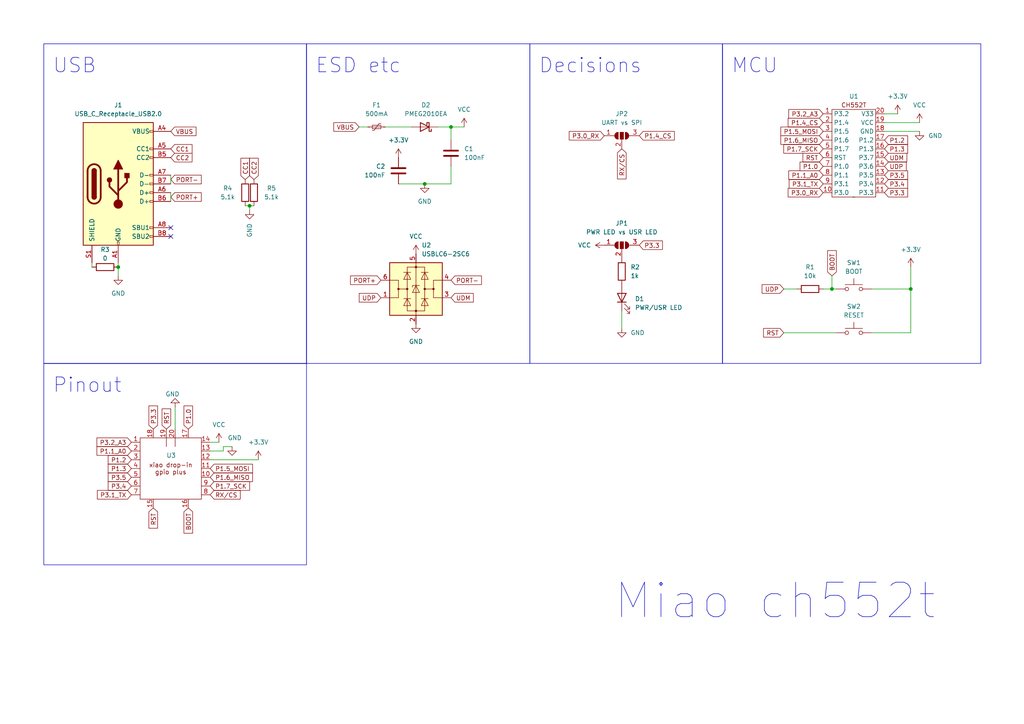
<source format=kicad_sch>
(kicad_sch (version 20230121) (generator eeschema)
  (paper "A4")
  (lib_symbols
    (symbol "Connector:USB_C_Receptacle_USB2.0" (pin_names (offset 1.016))
      (property "Reference" "J" (at -10.16 19.05 0))
      (property "Value" "USB_C_Receptacle_USB2.0" (at 19.05 19.05 0))
      (symbol "USB_C_Receptacle_USB2.0_0_0"
        (rectangle (start -0.254 -17.78) (end 0.254 -16.764))
        (rectangle (start 10.16 -14.986) (end 9.144 -15.494))
        (rectangle (start 10.16 -12.446) (end 9.144 -12.954))
        (rectangle (start 10.16 -4.826) (end 9.144 -5.334))
        (rectangle (start 10.16 -2.286) (end 9.144 -2.794))
        (rectangle (start 10.16 0.254) (end 9.144 -0.254))
        (rectangle (start 10.16 2.794) (end 9.144 2.286))
        (rectangle (start 10.16 7.874) (end 9.144 7.366))
        (rectangle (start 10.16 10.414) (end 9.144 9.906))
        (rectangle (start 10.16 15.494) (end 9.144 14.986))
      )
      (symbol "USB_C_Receptacle_USB2.0_0_1"
        (rectangle (start -10.16 17.78) (end 10.16 -17.78) (stroke (width 0.254)) (fill (type background)))
        (arc (start -8.89 -3.81) (mid -6.985 -5.7067) (end -5.08 -3.81) (stroke (width 0.508)))
        (arc (start -7.62 -3.81) (mid -6.985 -4.4423) (end -6.35 -3.81) (stroke (width 0.254)))
        (arc (start -7.62 -3.81) (mid -6.985 -4.4423) (end -6.35 -3.81) (stroke (width 0.254)) (fill (type outline)))
        (rectangle (start -7.62 -3.81) (end -6.35 3.81) (stroke (width 0.254)) (fill (type outline)))
        (arc (start -6.35 3.81) (mid -6.985 4.4423) (end -7.62 3.81) (stroke (width 0.254)))
        (arc (start -6.35 3.81) (mid -6.985 4.4423) (end -7.62 3.81) (stroke (width 0.254)) (fill (type outline)))
        (arc (start -5.08 3.81) (mid -6.985 5.7067) (end -8.89 3.81) (stroke (width 0.508)))
        (circle (center -2.54 1.143) (radius 0.635) (stroke (width 0.254)) (fill (type outline)))
        (circle (center 0 -5.842) (radius 1.27) (fill (type outline)))
        (polyline (pts (xy -8.89 -3.81) (xy -8.89 3.81)) (stroke (width 0.508)))
        (polyline (pts (xy -5.08 3.81) (xy -5.08 -3.81)) (stroke (width 0.508)))
        (polyline (pts (xy 0 -5.842) (xy 0 4.318)) (stroke (width 0.508)))
        (polyline (pts (xy 0 -3.302) (xy -2.54 -0.762) (xy -2.54 0.508)) (stroke (width 0.508)))
        (polyline (pts (xy 0 -2.032) (xy 2.54 0.508) (xy 2.54 1.778)) (stroke (width 0.508)))
        (polyline (pts (xy -1.27 4.318) (xy 0 6.858) (xy 1.27 4.318) (xy -1.27 4.318)) (stroke (width 0.254)) (fill (type outline)))
        (rectangle (start 1.905 1.778) (end 3.175 3.048) (stroke (width 0.254)) (fill (type outline)))
      )
      (symbol "USB_C_Receptacle_USB2.0_1_1"
        (pin passive line (at 0 -22.86 90) (length 5.08) (name "GND") (number "A1"))
        (pin passive line (at 0 -22.86 90) (length 5.08) hide (name "GND") (number "A12"))
        (pin passive line (at 15.24 15.24 180) (length 5.08) (name "VBUS") (number "A4"))
        (pin bidirectional line (at 15.24 10.16 180) (length 5.08) (name "CC1") (number "A5"))
        (pin bidirectional line (at 15.24 -2.54 180) (length 5.08) (name "D+") (number "A6"))
        (pin bidirectional line (at 15.24 2.54 180) (length 5.08) (name "D-") (number "A7"))
        (pin bidirectional line (at 15.24 -12.7 180) (length 5.08) (name "SBU1") (number "A8"))
        (pin passive line (at 15.24 15.24 180) (length 5.08) hide (name "VBUS") (number "A9"))
        (pin passive line (at 0 -22.86 90) (length 5.08) hide (name "GND") (number "B1"))
        (pin passive line (at 0 -22.86 90) (length 5.08) hide (name "GND") (number "B12"))
        (pin passive line (at 15.24 15.24 180) (length 5.08) hide (name "VBUS") (number "B4"))
        (pin bidirectional line (at 15.24 7.62 180) (length 5.08) (name "CC2") (number "B5"))
        (pin bidirectional line (at 15.24 -5.08 180) (length 5.08) (name "D+") (number "B6"))
        (pin bidirectional line (at 15.24 0 180) (length 5.08) (name "D-") (number "B7"))
        (pin bidirectional line (at 15.24 -15.24 180) (length 5.08) (name "SBU2") (number "B8"))
        (pin passive line (at 15.24 15.24 180) (length 5.08) hide (name "VBUS") (number "B9"))
        (pin passive line (at -7.62 -22.86 90) (length 5.08) (name "SHIELD") (number "S1"))
      )
    )
    (symbol "Device:C" (pin_numbers hide) (pin_names (offset 0.254))
      (property "Reference" "C" (at 0.635 2.54 0))
      (property "Value" "C" (at 0.635 -2.54 0))
      (symbol "C_0_1"
        (polyline (pts (xy -2.032 -0.762) (xy 2.032 -0.762)) (stroke (width 0.508)))
        (polyline (pts (xy -2.032 0.762) (xy 2.032 0.762)) (stroke (width 0.508)))
      )
      (symbol "C_1_1"
        (pin passive line (at 0 3.81 270) (length 2.794) (name "~") (number "1"))
        (pin passive line (at 0 -3.81 90) (length 2.794) (name "~") (number "2"))
      )
    )
    (symbol "Device:D_Schottky" (pin_numbers hide) (pin_names (offset 1.016) hide)
      (property "Reference" "D" (at 0 2.54 0))
      (property "Value" "D_Schottky" (at 0 -2.54 0))
      (symbol "D_Schottky_0_1"
        (polyline (pts (xy 1.27 0) (xy -1.27 0)))
        (polyline (pts (xy 1.27 1.27) (xy 1.27 -1.27) (xy -1.27 0) (xy 1.27 1.27)) (stroke (width 0.254)))
        (polyline (pts (xy -1.905 0.635) (xy -1.905 1.27) (xy -1.27 1.27) (xy -1.27 -1.27) (xy -0.635 -1.27) (xy -0.635 -0.635)) (stroke (width 0.254)))
      )
      (symbol "D_Schottky_1_1"
        (pin passive line (at -3.81 0 0) (length 2.54) (name "K") (number "1"))
        (pin passive line (at 3.81 0 180) (length 2.54) (name "A") (number "2"))
      )
    )
    (symbol "Device:LED" (pin_numbers hide) (pin_names (offset 1.016) hide)
      (property "Reference" "D" (at 0 2.54 0))
      (property "Value" "LED" (at 0 -2.54 0))
      (symbol "LED_0_1"
        (polyline (pts (xy -1.27 -1.27) (xy -1.27 1.27)) (stroke (width 0.254)))
        (polyline (pts (xy -1.27 0) (xy 1.27 0)))
        (polyline (pts (xy 1.27 -1.27) (xy 1.27 1.27) (xy -1.27 0) (xy 1.27 -1.27)) (stroke (width 0.254)))
        (polyline (pts (xy -3.048 -0.762) (xy -4.572 -2.286) (xy -3.81 -2.286) (xy -4.572 -2.286) (xy -4.572 -1.524)))
        (polyline (pts (xy -1.778 -0.762) (xy -3.302 -2.286) (xy -2.54 -2.286) (xy -3.302 -2.286) (xy -3.302 -1.524)))
      )
      (symbol "LED_1_1"
        (pin passive line (at -3.81 0 0) (length 2.54) (name "K") (number "1"))
        (pin passive line (at 3.81 0 180) (length 2.54) (name "A") (number "2"))
      )
    )
    (symbol "Device:Polyfuse_Small" (pin_numbers hide) (pin_names (offset 0))
      (property "Reference" "F" (at -1.905 0 90))
      (property "Value" "Polyfuse_Small" (at 1.905 0 90))
      (symbol "Polyfuse_Small_0_1"
        (rectangle (start -0.508 1.27) (end 0.508 -1.27))
        (polyline (pts (xy 0 2.54) (xy 0 -2.54)))
        (polyline (pts (xy -1.016 1.27) (xy -1.016 0.762) (xy 1.016 -0.762) (xy 1.016 -1.27)))
      )
      (symbol "Polyfuse_Small_1_1"
        (pin passive line (at 0 2.54 270) (length 0.635) (name "~") (number "1"))
        (pin passive line (at 0 -2.54 90) (length 0.635) (name "~") (number "2"))
      )
    )
    (symbol "Device:R" (pin_numbers hide) (pin_names (offset 0))
      (property "Reference" "R" (at 2.032 0 90))
      (property "Value" "R" (at 0 0 90))
      (symbol "R_0_1"
        (rectangle (start -1.016 -2.54) (end 1.016 2.54) (stroke (width 0.254)))
      )
      (symbol "R_1_1"
        (pin passive line (at 0 3.81 270) (length 1.27) (name "~") (number "1"))
        (pin passive line (at 0 -3.81 90) (length 1.27) (name "~") (number "2"))
      )
    )
    (symbol "Jumper:SolderJumper_3_Open" (pin_names (offset 0) hide)
      (property "Reference" "JP" (at -2.54 -2.54 0))
      (property "Value" "SolderJumper_3_Open" (at 0 2.794 0))
      (symbol "SolderJumper_3_Open_0_1"
        (arc (start -1.016 1.016) (mid -2.0276 0) (end -1.016 -1.016))
        (arc (start -1.016 1.016) (mid -2.0276 0) (end -1.016 -1.016) (fill (type outline)))
        (rectangle (start -0.508 1.016) (end 0.508 -1.016) (fill (type outline)))
        (polyline (pts (xy -2.54 0) (xy -2.032 0)))
        (polyline (pts (xy -1.016 1.016) (xy -1.016 -1.016)))
        (polyline (pts (xy 0 -1.27) (xy 0 -1.016)))
        (polyline (pts (xy 1.016 1.016) (xy 1.016 -1.016)))
        (polyline (pts (xy 2.54 0) (xy 2.032 0)))
        (arc (start 1.016 -1.016) (mid 2.0276 0) (end 1.016 1.016))
        (arc (start 1.016 -1.016) (mid 2.0276 0) (end 1.016 1.016) (fill (type outline)))
      )
      (symbol "SolderJumper_3_Open_1_1"
        (pin passive line (at -5.08 0 0) (length 2.54) (name "A") (number "1"))
        (pin passive line (at 0 -3.81 90) (length 2.54) (name "C") (number "2"))
        (pin passive line (at 5.08 0 180) (length 2.54) (name "B") (number "3"))
      )
    )
    (symbol "Power_Protection:USBLC6-2SC6" (pin_names hide)
      (property "Reference" "U" (at 2.54 8.89 0))
      (property "Value" "USBLC6-2SC6" (at 2.54 -8.89 0))
      (symbol "USBLC6-2SC6_0_1"
        (rectangle (start -7.62 -7.62) (end 7.62 7.62) (stroke (width 0.254)) (fill (type background)))
        (circle (center -5.08 0) (radius 0.254) (fill (type outline)))
        (circle (center -2.54 0) (radius 0.254) (fill (type outline)))
        (rectangle (start -2.54 6.35) (end 2.54 -6.35))
        (circle (center 0 -6.35) (radius 0.254) (fill (type outline)))
        (polyline (pts (xy -5.08 -2.54) (xy -7.62 -2.54)))
        (polyline (pts (xy -5.08 0) (xy -5.08 -2.54)))
        (polyline (pts (xy -5.08 2.54) (xy -7.62 2.54)))
        (polyline (pts (xy -1.524 -2.794) (xy -3.556 -2.794)))
        (polyline (pts (xy -1.524 4.826) (xy -3.556 4.826)))
        (polyline (pts (xy 0 -7.62) (xy 0 -6.35)))
        (polyline (pts (xy 0 -6.35) (xy 0 1.27)))
        (polyline (pts (xy 0 1.27) (xy 0 6.35)))
        (polyline (pts (xy 0 6.35) (xy 0 7.62)))
        (polyline (pts (xy 1.524 -2.794) (xy 3.556 -2.794)))
        (polyline (pts (xy 1.524 4.826) (xy 3.556 4.826)))
        (polyline (pts (xy 5.08 -2.54) (xy 7.62 -2.54)))
        (polyline (pts (xy 5.08 0) (xy 5.08 -2.54)))
        (polyline (pts (xy 5.08 2.54) (xy 7.62 2.54)))
        (polyline (pts (xy -2.54 0) (xy -5.08 0) (xy -5.08 2.54)))
        (polyline (pts (xy 2.54 0) (xy 5.08 0) (xy 5.08 2.54)))
        (polyline (pts (xy -3.556 -4.826) (xy -1.524 -4.826) (xy -2.54 -2.794) (xy -3.556 -4.826)))
        (polyline (pts (xy -3.556 2.794) (xy -1.524 2.794) (xy -2.54 4.826) (xy -3.556 2.794)))
        (polyline (pts (xy -1.016 -1.016) (xy 1.016 -1.016) (xy 0 1.016) (xy -1.016 -1.016)))
        (polyline (pts (xy 1.016 1.016) (xy 0.762 1.016) (xy -1.016 1.016) (xy -1.016 0.508)))
        (polyline (pts (xy 3.556 -4.826) (xy 1.524 -4.826) (xy 2.54 -2.794) (xy 3.556 -4.826)))
        (polyline (pts (xy 3.556 2.794) (xy 1.524 2.794) (xy 2.54 4.826) (xy 3.556 2.794)))
        (circle (center 0 6.35) (radius 0.254) (fill (type outline)))
        (circle (center 2.54 0) (radius 0.254) (fill (type outline)))
        (circle (center 5.08 0) (radius 0.254) (fill (type outline)))
      )
      (symbol "USBLC6-2SC6_1_1"
        (pin passive line (at -10.16 -2.54 0) (length 2.54) (name "I/O1") (number "1"))
        (pin passive line (at 0 -10.16 90) (length 2.54) (name "GND") (number "2"))
        (pin passive line (at 10.16 -2.54 180) (length 2.54) (name "I/O2") (number "3"))
        (pin passive line (at 10.16 2.54 180) (length 2.54) (name "I/O2") (number "4"))
        (pin passive line (at 0 10.16 270) (length 2.54) (name "VBUS") (number "5"))
        (pin passive line (at -10.16 2.54 0) (length 2.54) (name "I/O1") (number "6"))
      )
    )
    (symbol "Switch:SW_Push" (pin_numbers hide) (pin_names (offset 1.016) hide)
      (property "Reference" "SW" (at 1.27 2.54 0))
      (property "Value" "SW_Push" (at 0 -1.524 0))
      (symbol "SW_Push_0_1"
        (circle (center -2.032 0) (radius 0.508))
        (polyline (pts (xy 0 1.27) (xy 0 3.048)))
        (polyline (pts (xy 2.54 1.27) (xy -2.54 1.27)))
        (circle (center 2.032 0) (radius 0.508))
        (pin passive line (at -5.08 0 0) (length 2.54) (name "1") (number "1"))
        (pin passive line (at 5.08 0 180) (length 2.54) (name "2") (number "2"))
      )
    )
    (symbol "apfel:mcu_ch552t_tssop-20"
      (property "Reference" "U1" (at 0 16.51 0))
      (property "Value" "~" (at 0 -12.7 0))
      (symbol "mcu_ch552t_tssop-20_0_1"
        (rectangle (start -6.35 12.7) (end 6.35 -12.7))
      )
      (symbol "mcu_ch552t_tssop-20_1_1"
        (text "CH552T\n" (at 0 13.97 0) (effects (font (size 1.27 1.27))))
        (pin input line (at -8.89 11.43 0) (length 2.54) (name "P3.2") (number "1"))
        (pin input line (at -8.89 -11.43 0) (length 2.54) (name "P3.0") (number "10"))
        (pin input line (at 8.89 -11.43 180) (length 2.54) (name "P3.3") (number "11"))
        (pin input line (at 8.89 -8.89 180) (length 2.54) (name "P3.4") (number "12"))
        (pin input line (at 8.89 -6.35 180) (length 2.54) (name "P3.5") (number "13"))
        (pin input line (at 8.89 -3.81 180) (length 2.54) (name "P3.6") (number "14"))
        (pin input line (at 8.89 -1.27 180) (length 2.54) (name "P3.7") (number "15"))
        (pin input line (at 8.89 1.27 180) (length 2.54) (name "P1.3") (number "16"))
        (pin input line (at 8.89 3.81 180) (length 2.54) (name "P1.2") (number "17"))
        (pin input line (at 8.89 6.35 180) (length 2.54) (name "GND") (number "18"))
        (pin input line (at 8.89 8.89 180) (length 2.54) (name "VCC") (number "19"))
        (pin input line (at -8.89 8.89 0) (length 2.54) (name "P1.4") (number "2"))
        (pin input line (at 8.89 11.43 180) (length 2.54) (name "V33") (number "20"))
        (pin input line (at -8.89 6.35 0) (length 2.54) (name "P1.5") (number "3"))
        (pin input line (at -8.89 3.81 0) (length 2.54) (name "P1.6") (number "4"))
        (pin input line (at -8.89 1.27 0) (length 2.54) (name "P1.7") (number "5"))
        (pin input line (at -8.89 -1.27 0) (length 2.54) (name "RST") (number "6"))
        (pin input line (at -8.89 -3.81 0) (length 2.54) (name "P1.0") (number "7"))
        (pin input line (at -8.89 -6.35 0) (length 2.54) (name "P1.1") (number "8"))
        (pin input line (at -8.89 -8.89 0) (length 2.54) (name "P3.1") (number "9"))
      )
    )
    (symbol "apfel:xiao_drop-in_gpio_plus_4"
      (property "Reference" "U" (at 0 5.08 0))
      (property "Value" "xiao_drop-in_gpio_plus_4" (at 3.81 -3.81 0))
      (symbol "xiao_drop-in_gpio_plus_4_0_1"
        (rectangle (start -8.89 8.89) (end 8.89 -8.89))
        (polyline (pts (xy -1.27 8.89) (xy -1.27 6.35)))
        (polyline (pts (xy 1.27 8.89) (xy 1.27 6.35)))
      )
      (symbol "xiao_drop-in_gpio_plus_4_1_1"
        (text "xiao drop-in\ngpio plus" (at 0 0 0) (effects (font (size 1.27 1.27))))
        (pin input line (at -11.43 7.62 0) (length 2.54) (name "") (number "1"))
        (pin input line (at 11.43 -2.54 180) (length 2.54) (name "") (number "10"))
        (pin input line (at 11.43 0 180) (length 2.54) (name "") (number "11"))
        (pin input line (at 11.43 2.54 180) (length 2.54) (name "") (number "12"))
        (pin input line (at 11.43 5.08 180) (length 2.54) (name "") (number "13"))
        (pin input line (at 11.43 7.62 180) (length 2.54) (name "") (number "14"))
        (pin input line (at -5.08 -11.43 90) (length 2.54) (name "") (number "15"))
        (pin input line (at 5.08 -11.43 90) (length 2.54) (name "") (number "16"))
        (pin input line (at 5.08 11.43 270) (length 2.54) (name "") (number "17"))
        (pin input line (at -5.08 11.43 270) (length 2.54) (name "") (number "18"))
        (pin input line (at -1.27 11.43 270) (length 2.54) (name "") (number "19"))
        (pin input line (at -11.43 5.08 0) (length 2.54) (name "") (number "2"))
        (pin input line (at 1.27 11.43 270) (length 2.54) (name "") (number "20"))
        (pin input line (at -11.43 2.54 0) (length 2.54) (name "") (number "3"))
        (pin input line (at -11.43 0 0) (length 2.54) (name "") (number "4"))
        (pin input line (at -11.43 -2.54 0) (length 2.54) (name "") (number "5"))
        (pin input line (at -11.43 -5.08 0) (length 2.54) (name "") (number "6"))
        (pin input line (at -11.43 -7.62 0) (length 2.54) (name "") (number "7"))
        (pin input line (at 11.43 -7.62 180) (length 2.54) (name "") (number "8"))
        (pin input line (at 11.43 -5.08 180) (length 2.54) (name "") (number "9"))
      )
    )
    (symbol "power:+3.3V" (power) (pin_names (offset 0))
      (property "Value" "+3.3V" (at 0 3.556 0))
      (symbol "+3.3V_0_1"
        (polyline (pts (xy -0.762 1.27) (xy 0 2.54)))
        (polyline (pts (xy 0 0) (xy 0 2.54)))
        (polyline (pts (xy 0 2.54) (xy 0.762 1.27)))
      )
      (symbol "+3.3V_1_1"
        (pin power_in line (at 0 0 90) (length 0) hide (name "+3.3V") (number "1"))
      )
    )
    (symbol "power:GND" (power) (pin_names (offset 0))
      (property "Value" "GND" (at 0 -3.81 0))
      (symbol "GND_0_1"
        (polyline (pts (xy 0 0) (xy 0 -1.27) (xy 1.27 -1.27) (xy 0 -2.54) (xy -1.27 -1.27) (xy 0 -1.27)))
      )
      (symbol "GND_1_1"
        (pin power_in line (at 0 0 270) (length 0) hide (name "GND") (number "1"))
      )
    )
    (symbol "power:VCC" (power) (pin_names (offset 0))
      (property "Value" "VCC" (at 0 3.81 0))
      (symbol "VCC_0_1"
        (polyline (pts (xy -0.762 1.27) (xy 0 2.54)))
        (polyline (pts (xy 0 0) (xy 0 2.54)))
        (polyline (pts (xy 0 2.54) (xy 0.762 1.27)))
      )
      (symbol "VCC_1_1"
        (pin power_in line (at 0 0 90) (length 0) hide (name "VCC") (number "1"))
      )
    )
  )
  (junction (at 34.29 77.47))
  (junction (at 130.81 36.83))
  (junction (at 264.16 83.82))
  (junction (at 123.19 53.34))
  (junction (at 72.39 59.69))
  (junction (at 241.3 83.82))
  (no_connect (at 49.53 68.58))
  (no_connect (at 49.53 66.04))
  (wire (pts (xy 64.77 130.81) (xy 60.96 130.81)))
  (wire (pts (xy 130.81 53.34) (xy 130.81 48.26)))
  (wire (pts (xy 180.34 95.25) (xy 180.34 90.17)))
  (wire (pts (xy 26.67 76.2) (xy 26.67 77.47)))
  (wire (pts (xy 256.54 33.02) (xy 260.35 33.02)))
  (wire (pts (xy 130.81 36.83) (xy 130.81 40.64)))
  (wire (pts (xy 49.53 50.8) (xy 49.53 53.34)))
  (wire (pts (xy 252.73 83.82) (xy 264.16 83.82)))
  (wire (pts (xy 264.16 96.52) (xy 252.73 96.52)))
  (wire (pts (xy 266.7 38.1) (xy 256.54 38.1)))
  (wire (pts (xy 50.8 118.11) (xy 50.8 124.46)))
  (wire (pts (xy 49.53 55.88) (xy 49.53 58.42)))
  (wire (pts (xy 256.54 35.56) (xy 266.7 35.56)))
  (wire (pts (xy 34.29 77.47) (xy 34.29 76.2)))
  (wire (pts (xy 104.14 36.83) (xy 106.68 36.83)))
  (wire (pts (xy 238.76 83.82) (xy 241.3 83.82)))
  (wire (pts (xy 34.29 77.47) (xy 34.29 80.01)))
  (wire (pts (xy 60.96 128.27) (xy 63.5 128.27)))
  (wire (pts (xy 264.16 83.82) (xy 264.16 96.52)))
  (wire (pts (xy 227.33 83.82) (xy 231.14 83.82)))
  (wire (pts (xy 60.96 133.35) (xy 74.93 133.35)))
  (wire (pts (xy 72.39 59.69) (xy 73.66 59.69)))
  (wire (pts (xy 64.77 129.54) (xy 67.31 129.54)))
  (wire (pts (xy 241.3 83.82) (xy 242.57 83.82)))
  (wire (pts (xy 72.39 59.69) (xy 72.39 60.96)))
  (wire (pts (xy 115.57 53.34) (xy 123.19 53.34)))
  (wire (pts (xy 130.81 36.83) (xy 134.62 36.83)))
  (wire (pts (xy 111.76 36.83) (xy 119.38 36.83)))
  (wire (pts (xy 71.12 59.69) (xy 72.39 59.69)))
  (wire (pts (xy 123.19 53.34) (xy 130.81 53.34)))
  (wire (pts (xy 264.16 77.47) (xy 264.16 83.82)))
  (wire (pts (xy 241.3 80.01) (xy 241.3 83.82)))
  (wire (pts (xy 227.33 96.52) (xy 242.57 96.52)))
  (wire (pts (xy 127 36.83) (xy 130.81 36.83)))
  (wire (pts (xy 64.77 129.54) (xy 64.77 130.81)))
  (rectangle (start 209.55 12.7) (end 284.48 105.41))
  (rectangle (start 12.7 105.41) (end 88.9 163.83))
  (rectangle (start 153.67 12.7) (end 209.55 105.41))
  (rectangle (start 12.7 12.7) (end 88.9 105.41))
  (rectangle (start 88.9 12.7) (end 153.67 105.41))
  (text "MCU" (at 212.09 21.59 0) (effects (font (size 4.2 4.2)) (justify left bottom)))
  (text "Miao ch552t" (at 177.8 180.34 0) (effects (font (size 10 10)) (justify left bottom)))
  (text "USB" (at 15.24 21.59 0) (effects (font (size 4.2 4.2)) (justify left bottom)))
  (text "Decisions" (at 156.21 21.59 0) (effects (font (size 4.2 4.2)) (justify left bottom)))
  (text "ESD etc" (at 91.44 21.59 0) (effects (font (size 4.2 4.2)) (justify left bottom)))
  (text "Pinout" (at 15.24 114.3 0) (effects (font (size 4.2 4.2)) (justify left bottom)))
  (global_label "P1.3" (shape input) (at 38.1 135.89 180) (property "Intersheetrefs" "${INTERSHEET_REFS}" (effects hide)))
  (global_label "P3.1_TX" (shape input) (at 38.1 143.51 180) (property "Intersheetrefs" "${INTERSHEET_REFS}" (effects hide)))
  (global_label "P1.4_CS" (shape input) (at 185.42 39.37 0) (property "Intersheetrefs" "${INTERSHEET_REFS}" (effects hide)))
  (global_label "CC1" (shape input) (at 49.53 43.18 0) (property "Intersheetrefs" "${INTERSHEET_REFS}" (effects hide)))
  (global_label "P1.0" (shape input) (at 238.76 48.26 180) (property "Intersheetrefs" "${INTERSHEET_REFS}" (effects hide)))
  (global_label "UDP" (shape input) (at 256.54 48.26 0) (property "Intersheetrefs" "${INTERSHEET_REFS}" (effects hide)))
  (global_label "P1.6_MISO" (shape input) (at 238.76 40.64 180) (property "Intersheetrefs" "${INTERSHEET_REFS}" (effects hide)))
  (global_label "BOOT" (shape input) (at 54.61 147.32 270) (property "Intersheetrefs" "${INTERSHEET_REFS}" (effects hide)))
  (global_label "RX{slash}CS" (shape input) (at 180.34 43.18 270) (property "Intersheetrefs" "${INTERSHEET_REFS}" (effects hide)))
  (global_label "P3.2_A3" (shape input) (at 238.76 33.02 180) (property "Intersheetrefs" "${INTERSHEET_REFS}" (effects hide)))
  (global_label "UDM" (shape input) (at 256.54 45.72 0) (property "Intersheetrefs" "${INTERSHEET_REFS}" (effects hide)))
  (global_label "P3.3" (shape input) (at 185.42 71.12 0) (property "Intersheetrefs" "${INTERSHEET_REFS}" (effects hide)))
  (global_label "CC2" (shape input) (at 49.53 45.72 0) (property "Intersheetrefs" "${INTERSHEET_REFS}" (effects hide)))
  (global_label "PORT+" (shape input) (at 49.53 57.15 0) (property "Intersheetrefs" "${INTERSHEET_REFS}" (effects hide)))
  (global_label "RST" (shape input) (at 48.26 124.46 90) (property "Intersheetrefs" "${INTERSHEET_REFS}" (effects hide)))
  (global_label "CC1" (shape input) (at 71.12 52.07 90) (property "Intersheetrefs" "${INTERSHEET_REFS}" (effects hide)))
  (global_label "P3.0_RX" (shape input) (at 175.26 39.37 180) (property "Intersheetrefs" "${INTERSHEET_REFS}" (effects hide)))
  (global_label "P1.2" (shape input) (at 38.1 133.35 180) (property "Intersheetrefs" "${INTERSHEET_REFS}" (effects hide)))
  (global_label "P1.3" (shape input) (at 256.54 43.18 0) (property "Intersheetrefs" "${INTERSHEET_REFS}" (effects hide)))
  (global_label "P1.5_MOSI" (shape input) (at 238.76 38.1 180) (property "Intersheetrefs" "${INTERSHEET_REFS}" (effects hide)))
  (global_label "P1.4_CS" (shape input) (at 238.76 35.56 180) (property "Intersheetrefs" "${INTERSHEET_REFS}" (effects hide)))
  (global_label "RST" (shape input) (at 44.45 147.32 270) (property "Intersheetrefs" "${INTERSHEET_REFS}" (effects hide)))
  (global_label "P1.6_MISO" (shape input) (at 60.96 138.43 0) (property "Intersheetrefs" "${INTERSHEET_REFS}" (effects hide)))
  (global_label "P1.7_SCK" (shape input) (at 238.76 43.18 180) (property "Intersheetrefs" "${INTERSHEET_REFS}" (effects hide)))
  (global_label "P1.0" (shape input) (at 54.61 124.46 90) (property "Intersheetrefs" "${INTERSHEET_REFS}" (effects hide)))
  (global_label "UDP" (shape input) (at 227.33 83.82 180) (property "Intersheetrefs" "${INTERSHEET_REFS}" (effects hide)))
  (global_label "VBUS" (shape input) (at 104.14 36.83 180) (property "Intersheetrefs" "${INTERSHEET_REFS}" (effects hide)))
  (global_label "P3.4" (shape input) (at 256.54 53.34 0) (property "Intersheetrefs" "${INTERSHEET_REFS}" (effects hide)))
  (global_label "UDP" (shape input) (at 110.49 86.36 180) (property "Intersheetrefs" "${INTERSHEET_REFS}" (effects hide)))
  (global_label "P1.1_A0" (shape input) (at 238.76 50.8 180) (property "Intersheetrefs" "${INTERSHEET_REFS}" (effects hide)))
  (global_label "P1.7_SCK" (shape input) (at 60.96 140.97 0) (property "Intersheetrefs" "${INTERSHEET_REFS}" (effects hide)))
  (global_label "VBUS" (shape input) (at 49.53 38.1 0) (property "Intersheetrefs" "${INTERSHEET_REFS}" (effects hide)))
  (global_label "P3.1_TX" (shape input) (at 238.76 53.34 180) (property "Intersheetrefs" "${INTERSHEET_REFS}" (effects hide)))
  (global_label "PORT-" (shape input) (at 130.81 81.28 0) (property "Intersheetrefs" "${INTERSHEET_REFS}" (effects hide)))
  (global_label "P3.3" (shape input) (at 44.45 124.46 90) (property "Intersheetrefs" "${INTERSHEET_REFS}" (effects hide)))
  (global_label "P3.3" (shape input) (at 256.54 55.88 0) (property "Intersheetrefs" "${INTERSHEET_REFS}" (effects hide)))
  (global_label "P3.4" (shape input) (at 38.1 140.97 180) (property "Intersheetrefs" "${INTERSHEET_REFS}" (effects hide)))
  (global_label "PORT+" (shape input) (at 110.49 81.28 180) (property "Intersheetrefs" "${INTERSHEET_REFS}" (effects hide)))
  (global_label "BOOT" (shape input) (at 241.3 80.01 90) (property "Intersheetrefs" "${INTERSHEET_REFS}" (effects hide)))
  (global_label "P3.0_RX" (shape input) (at 238.76 55.88 180) (property "Intersheetrefs" "${INTERSHEET_REFS}" (effects hide)))
  (global_label "RX{slash}CS" (shape input) (at 60.96 143.51 0) (property "Intersheetrefs" "${INTERSHEET_REFS}" (effects hide)))
  (global_label "P3.2_A3" (shape input) (at 38.1 128.27 180) (property "Intersheetrefs" "${INTERSHEET_REFS}" (effects hide)))
  (global_label "P3.5" (shape input) (at 256.54 50.8 0) (property "Intersheetrefs" "${INTERSHEET_REFS}" (effects hide)))
  (global_label "P1.1_A0" (shape input) (at 38.1 130.81 180) (property "Intersheetrefs" "${INTERSHEET_REFS}" (effects hide)))
  (global_label "RST" (shape input) (at 238.76 45.72 180) (property "Intersheetrefs" "${INTERSHEET_REFS}" (effects hide)))
  (global_label "PORT-" (shape input) (at 49.53 52.07 0) (property "Intersheetrefs" "${INTERSHEET_REFS}" (effects hide)))
  (global_label "CC2" (shape input) (at 73.66 52.07 90) (property "Intersheetrefs" "${INTERSHEET_REFS}" (effects hide)))
  (global_label "P3.5" (shape input) (at 38.1 138.43 180) (property "Intersheetrefs" "${INTERSHEET_REFS}" (effects hide)))
  (global_label "RST" (shape input) (at 227.33 96.52 180) (property "Intersheetrefs" "${INTERSHEET_REFS}" (effects hide)))
  (global_label "P1.5_MOSI" (shape input) (at 60.96 135.89 0) (property "Intersheetrefs" "${INTERSHEET_REFS}" (effects hide)))
  (global_label "UDM" (shape input) (at 130.81 86.36 0) (property "Intersheetrefs" "${INTERSHEET_REFS}" (effects hide)))
  (global_label "P1.2" (shape input) (at 256.54 40.64 0) (property "Intersheetrefs" "${INTERSHEET_REFS}" (effects hide)))
  (symbol (lib_id "Jumper:SolderJumper_3_Open") (at 180.34 71.12 0) (unit 1) (in_bom no)
    (property "Reference" "JP1" (at 180.34 64.77 0))
    (property "Value" "PWR LED vs USR LED" (at 180.34 67.31 0))
    (property "Footprint" "BeiBob:SolderJumper-3_P1.3mm_Open_RoundedPad1.0x1.5mm_NumberLabels" (effects hide))
  )
  (symbol (lib_id "power:+3.3V") (at 115.57 45.72 0) (mirror y) (unit 1)
    (property "Reference" "#PWR06" (effects hide))
    (property "Value" "+3.3V" (at 115.57 40.64 0))
  )
  (symbol (lib_id "Device:R") (at 73.66 55.88 0) (mirror y) (unit 1)
    (property "Reference" "R5" (at 78.74 54.61 0))
    (property "Value" "5.1k" (at 78.74 57.15 0))
    (property "Footprint" "Resistor_SMD:R_0402_1005Metric" (effects hide))
    (property "LCSC" "C25905" (effects hide))
  )
  (symbol (lib_id "power:+3.3V") (at 74.93 133.35 0) (unit 1)
    (property "Reference" "#PWR013" (effects hide))
    (property "Value" "+3.3V" (at 74.93 128.27 0))
  )
  (symbol (lib_id "power:VCC") (at 266.7 35.56 0) (unit 1)
    (property "Reference" "#PWR05" (effects hide))
    (property "Value" "VCC" (at 266.7 30.48 0))
  )
  (symbol (lib_id "Device:R") (at 180.34 78.74 0) (unit 1)
    (property "Reference" "R2" (at 182.88 77.47 0) (effects (justify left)))
    (property "Value" "1k" (at 182.88 80.01 0) (effects (justify left)))
    (property "Footprint" "Resistor_SMD:R_0402_1005Metric" (effects hide))
    (property "LCSC" "C11702" (effects hide))
  )
  (symbol (lib_id "apfel:mcu_ch552t_tssop-20") (at 247.65 44.45 0) (unit 1)
    (property "Reference" "U1" (at 247.65 27.94 0))
    (property "Value" "~" (at 247.65 57.15 0))
    (property "Footprint" "Package_SO:TSSOP-20_4.4x6.5mm_P0.65mm" (effects hide))
    (property "JLCPCB_CORRECTION" "0; 0; 270" (effects hide))
    (property "LCSC" "C111367" (effects hide))
  )
  (symbol (lib_id "power:GND") (at 72.39 60.96 0) (mirror y) (unit 1)
    (property "Reference" "#PWR07" (effects hide))
    (property "Value" "GND" (at 72.39 64.77 90) (effects (justify right)))
  )
  (symbol (lib_id "Device:LED") (at 180.34 86.36 90) (unit 1)
    (property "Reference" "D1" (at 184.15 86.6775 90) (effects (justify right)))
    (property "Value" "PWR/USR LED" (at 184.15 89.2175 90) (effects (justify right)))
    (property "Footprint" "LED_SMD:LED_0402_1005Metric" (effects hide))
    (property "LCSC" "C130724" (effects hide))
  )
  (symbol (lib_id "Switch:SW_Push") (at 247.65 96.52 0) (unit 1)
    (property "Reference" "SW2" (at 247.65 88.9 0))
    (property "Value" "RESET" (at 247.65 91.44 0))
    (property "Footprint" "Button_Switch_SMD:SW_Push_SPST_NO_Alps_SKRK" (effects hide))
    (property "LCSC" "C115357" (effects hide))
  )
  (symbol (lib_id "apfel:xiao_drop-in_gpio_plus_4") (at 49.53 135.89 0) (unit 1) (in_bom no)
    (property "Reference" "U3" (at 48.26 132.08 0) (effects (justify left)))
    (property "Value" "xiao_drop-in_gpio_usb_no_cutout" (effects hide))
    (property "Footprint" "apfellib:xiao_drop-in_gpio_plus_4_castellated" (effects hide))
  )
  (symbol (lib_id "Jumper:SolderJumper_3_Open") (at 180.34 39.37 0) (unit 1) (in_bom no)
    (property "Reference" "JP2" (at 180.34 33.02 0))
    (property "Value" "UART vs SPI" (at 180.34 35.56 0))
    (property "Footprint" "BeiBob:SolderJumper-3_P1.3mm_Open_RoundedPad1.0x1.5mm_NumberLabels" (effects hide))
  )
  (symbol (lib_id "Device:R") (at 234.95 83.82 90) (unit 1)
    (property "Reference" "R1" (at 234.95 77.47 90))
    (property "Value" "10k" (at 234.95 80.01 90))
    (property "Footprint" "Resistor_SMD:R_0402_1005Metric" (effects hide))
    (property "LCSC" "C25744" (effects hide))
  )
  (symbol (lib_id "power:GND") (at 123.19 53.34 0) (unit 1)
    (property "Reference" "#PWR01" (effects hide))
    (property "Value" "GND" (at 123.19 58.42 0))
  )
  (symbol (lib_id "Device:D_Schottky") (at 123.19 36.83 180) (unit 1)
    (property "Reference" "D2" (at 123.5075 30.48 0))
    (property "Value" "PMEG2010EA" (at 123.5075 33.02 0))
    (property "Footprint" "Diode_SMD:D_0402_1005Metric" (effects hide))
    (property "LCSC" "C2837790" (effects hide))
  )
  (symbol (lib_id "power:VCC") (at 120.65 73.66 0) (unit 1)
    (property "Reference" "#PWR010" (effects hide))
    (property "Value" "VCC" (at 120.65 68.58 0))
  )
  (symbol (lib_id "Switch:SW_Push") (at 247.65 83.82 0) (unit 1)
    (property "Reference" "SW1" (at 247.65 76.2 0))
    (property "Value" "BOOT" (at 247.65 78.74 0))
    (property "Footprint" "Button_Switch_SMD:SW_Push_SPST_NO_Alps_SKRK" (effects hide))
    (property "LCSC" "C115357" (effects hide))
  )
  (symbol (lib_id "Device:C") (at 115.57 49.53 0) (unit 1)
    (property "Reference" "C2" (at 111.76 48.26 0) (effects (justify right)))
    (property "Value" "100nF" (at 111.76 50.8 0) (effects (justify right)))
    (property "Footprint" "Capacitor_SMD:C_0402_1005Metric" (effects hide))
    (property "LCSC" "C1525" (effects hide))
  )
  (symbol (lib_id "power:GND") (at 120.65 93.98 0) (unit 1)
    (property "Reference" "#PWR017" (effects hide))
    (property "Value" "GND" (at 120.65 99.06 0))
  )
  (symbol (lib_id "power:VCC") (at 63.5 128.27 0) (unit 1)
    (property "Reference" "#PWR014" (effects hide))
    (property "Value" "VCC" (at 63.5 123.19 0))
  )
  (symbol (lib_id "power:GND") (at 67.31 129.54 0) (unit 1)
    (property "Reference" "#PWR015" (effects hide))
    (property "Value" "GND" (at 66.04 127 0) (effects (justify left)))
  )
  (symbol (lib_id "power:VCC") (at 134.62 36.83 0) (mirror y) (unit 1)
    (property "Reference" "#PWR09" (effects hide))
    (property "Value" "VCC" (at 134.62 31.75 0))
  )
  (symbol (lib_id "Device:R") (at 30.48 77.47 90) (unit 1)
    (property "Reference" "R3" (at 30.48 72.39 90))
    (property "Value" "0" (at 30.48 74.93 90))
    (property "Footprint" "Resistor_SMD:R_0402_1005Metric" (effects hide))
    (property "LCSC" "C17168" (effects hide))
  )
  (symbol (lib_id "Device:R") (at 71.12 55.88 0) (mirror y) (unit 1)
    (property "Reference" "R4" (at 66.04 54.61 0))
    (property "Value" "5.1k" (at 66.04 57.15 0))
    (property "Footprint" "Resistor_SMD:R_0402_1005Metric" (effects hide))
    (property "LCSC" "C25905" (effects hide))
  )
  (symbol (lib_id "power:+3.3V") (at 264.16 77.47 0) (mirror y) (unit 1)
    (property "Reference" "#PWR08" (effects hide))
    (property "Value" "+3.3V" (at 264.16 72.39 0))
  )
  (symbol (lib_id "power:GND") (at 180.34 95.25 0) (unit 1)
    (property "Reference" "#PWR011" (effects hide))
    (property "Value" "GND" (at 182.88 96.52 0) (effects (justify left)))
  )
  (symbol (lib_id "power:GND") (at 34.29 80.01 0) (unit 1)
    (property "Reference" "#PWR03" (effects hide))
    (property "Value" "GND" (at 34.29 85.09 0))
  )
  (symbol (lib_id "power:GND") (at 50.8 118.11 180) (unit 1)
    (property "Reference" "#PWR016" (effects hide))
    (property "Value" "GND" (at 52.07 114.3 0) (effects (justify left)))
  )
  (symbol (lib_id "Power_Protection:USBLC6-2SC6") (at 120.65 83.82 0) (unit 1)
    (property "Reference" "U2" (at 122.3011 71.12 0) (effects (justify left)))
    (property "Value" "USBLC6-2SC6" (at 122.3011 73.66 0) (effects (justify left)))
    (property "Footprint" "Package_TO_SOT_SMD:SOT-23-6" (effects hide))
    (property "Datasheet" "https://www.st.com/resource/en/datasheet/usblc6-2.pdf" (effects hide))
    (property "JLCPCB_CORRECTION" "0; 0; 270" (effects hide))
    (property "LCSC" "C2687116" (effects hide))
  )
  (symbol (lib_id "power:VCC") (at 175.26 71.12 90) (mirror x) (unit 1)
    (property "Reference" "#PWR012" (effects hide))
    (property "Value" "VCC" (at 171.45 71.12 90) (effects (justify left)))
  )
  (symbol (lib_id "Connector:USB_C_Receptacle_USB2.0") (at 34.29 53.34 0) (unit 1)
    (property "Reference" "J1" (at 34.29 30.48 0))
    (property "Value" "USB_C_Receptacle_USB2.0" (at 34.29 33.02 0))
    (property "Footprint" "Connector_USB:USB_C_Receptacle_HRO_TYPE-C-31-M-12" (effects hide))
    (property "Datasheet" "https://www.usb.org/sites/default/files/documents/usb_type-c.zip" (effects hide))
    (property "JLCPCB_CORRECTION" "0; -1.35; 0" (effects hide))
    (property "LCSC" "C2765186" (effects hide))
  )
  (symbol (lib_id "power:GND") (at 266.7 38.1 0) (unit 1)
    (property "Reference" "#PWR02" (effects hide))
    (property "Value" "GND" (at 269.24 39.37 0) (effects (justify left)))
  )
  (symbol (lib_id "Device:C") (at 130.81 44.45 0) (unit 1)
    (property "Reference" "C1" (at 134.62 43.18 0) (effects (justify left)))
    (property "Value" "100nF" (at 134.62 45.72 0) (effects (justify left)))
    (property "Footprint" "Capacitor_SMD:C_0402_1005Metric" (effects hide))
    (property "LCSC" "C1525" (effects hide))
  )
  (symbol (lib_id "Device:Polyfuse_Small") (at 109.22 36.83 270) (unit 1)
    (property "Reference" "F1" (at 109.22 30.48 90))
    (property "Value" "500mA" (at 109.22 33.02 90))
    (property "Footprint" "Fuse:Fuse_0402_1005Metric" (effects hide))
    (property "LCSC" "C210357" (effects hide))
  )
  (symbol (lib_id "power:+3.3V") (at 260.35 33.02 0) (unit 1)
    (property "Reference" "#PWR04" (effects hide))
    (property "Value" "+3.3V" (at 260.35 27.94 0))
  )
)
</source>
